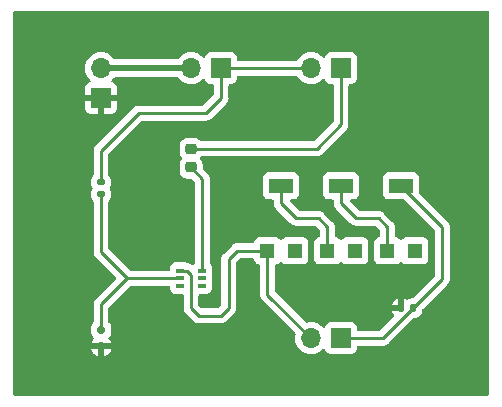
<source format=gbr>
%TF.GenerationSoftware,KiCad,Pcbnew,7.0.7*%
%TF.CreationDate,2023-09-26T16:23:54+08:00*%
%TF.ProjectId,led,6c65642e-6b69-4636-9164-5f7063625858,rev?*%
%TF.SameCoordinates,Original*%
%TF.FileFunction,Copper,L1,Top*%
%TF.FilePolarity,Positive*%
%FSLAX46Y46*%
G04 Gerber Fmt 4.6, Leading zero omitted, Abs format (unit mm)*
G04 Created by KiCad (PCBNEW 7.0.7) date 2023-09-26 16:23:54*
%MOMM*%
%LPD*%
G01*
G04 APERTURE LIST*
G04 Aperture macros list*
%AMRoundRect*
0 Rectangle with rounded corners*
0 $1 Rounding radius*
0 $2 $3 $4 $5 $6 $7 $8 $9 X,Y pos of 4 corners*
0 Add a 4 corners polygon primitive as box body*
4,1,4,$2,$3,$4,$5,$6,$7,$8,$9,$2,$3,0*
0 Add four circle primitives for the rounded corners*
1,1,$1+$1,$2,$3*
1,1,$1+$1,$4,$5*
1,1,$1+$1,$6,$7*
1,1,$1+$1,$8,$9*
0 Add four rect primitives between the rounded corners*
20,1,$1+$1,$2,$3,$4,$5,0*
20,1,$1+$1,$4,$5,$6,$7,0*
20,1,$1+$1,$6,$7,$8,$9,0*
20,1,$1+$1,$8,$9,$2,$3,0*%
G04 Aperture macros list end*
%TA.AperFunction,SMDPad,CuDef*%
%ADD10R,1.300000X1.300000*%
%TD*%
%TA.AperFunction,SMDPad,CuDef*%
%ADD11R,2.000000X1.300000*%
%TD*%
%TA.AperFunction,SMDPad,CuDef*%
%ADD12RoundRect,0.135000X0.135000X0.185000X-0.135000X0.185000X-0.135000X-0.185000X0.135000X-0.185000X0*%
%TD*%
%TA.AperFunction,SMDPad,CuDef*%
%ADD13RoundRect,0.135000X-0.185000X0.135000X-0.185000X-0.135000X0.185000X-0.135000X0.185000X0.135000X0*%
%TD*%
%TA.AperFunction,SMDPad,CuDef*%
%ADD14RoundRect,0.218750X0.256250X-0.218750X0.256250X0.218750X-0.256250X0.218750X-0.256250X-0.218750X0*%
%TD*%
%TA.AperFunction,SMDPad,CuDef*%
%ADD15RoundRect,0.150000X0.200000X-0.150000X0.200000X0.150000X-0.200000X0.150000X-0.200000X-0.150000X0*%
%TD*%
%TA.AperFunction,ComponentPad*%
%ADD16R,1.700000X1.700000*%
%TD*%
%TA.AperFunction,ComponentPad*%
%ADD17O,1.700000X1.700000*%
%TD*%
%TA.AperFunction,SMDPad,CuDef*%
%ADD18R,0.650000X0.400000*%
%TD*%
%TA.AperFunction,ViaPad*%
%ADD19C,0.800000*%
%TD*%
%TA.AperFunction,Conductor*%
%ADD20C,0.250000*%
%TD*%
%TA.AperFunction,Conductor*%
%ADD21C,0.500000*%
%TD*%
G04 APERTURE END LIST*
D10*
%TO.P,RV2,1,1*%
%TO.N,Net-(RV1-Pad2)*%
X52190000Y-45930000D03*
D11*
%TO.P,RV2,2,2*%
%TO.N,Net-(RV2-Pad2)*%
X53340000Y-40430000D03*
D10*
%TO.P,RV2,3,3*%
%TO.N,unconnected-(RV2-Pad3)*%
X54490000Y-45930000D03*
%TD*%
D12*
%TO.P,R2,1*%
%TO.N,Net-(J4-Pin_1)*%
X59440000Y-50800000D03*
%TO.P,R2,2*%
%TO.N,GND*%
X58420000Y-50800000D03*
%TD*%
D13*
%TO.P,R1,1*%
%TO.N,Net-(J2-Pin_1)*%
X33020000Y-40130000D03*
%TO.P,R1,2*%
%TO.N,Net-(D2-K)*%
X33020000Y-41150000D03*
%TD*%
D14*
%TO.P,D1,1,K*%
%TO.N,Net-(D1-K)*%
X40640000Y-38887500D03*
%TO.P,D1,2,A*%
%TO.N,Net-(D1-A)*%
X40640000Y-37312500D03*
%TD*%
D10*
%TO.P,RV1,1,1*%
%TO.N,Net-(J4-Pin_2)*%
X47110000Y-45930000D03*
D11*
%TO.P,RV1,2,2*%
%TO.N,Net-(RV1-Pad2)*%
X48260000Y-40430000D03*
D10*
%TO.P,RV1,3,3*%
%TO.N,unconnected-(RV1-Pad3)*%
X49410000Y-45930000D03*
%TD*%
D15*
%TO.P,D2,1,K*%
%TO.N,Net-(D2-K)*%
X33020000Y-52640000D03*
%TO.P,D2,2,A*%
%TO.N,GND*%
X33020000Y-54040000D03*
%TD*%
D16*
%TO.P,J3,1,Pin_1*%
%TO.N,Net-(D1-A)*%
X53340000Y-30480000D03*
D17*
%TO.P,J3,2,Pin_2*%
%TO.N,Net-(J2-Pin_1)*%
X50800000Y-30480000D03*
%TD*%
D10*
%TO.P,RV3,1,1*%
%TO.N,Net-(RV2-Pad2)*%
X57270000Y-45930000D03*
D11*
%TO.P,RV3,2,2*%
%TO.N,Net-(J4-Pin_1)*%
X58420000Y-40430000D03*
D10*
%TO.P,RV3,3,3*%
%TO.N,unconnected-(RV3-Pad3)*%
X59570000Y-45930000D03*
%TD*%
D16*
%TO.P,J1,1,Pin_1*%
%TO.N,GND*%
X33020000Y-33020000D03*
D17*
%TO.P,J1,2,Pin_2*%
%TO.N,VBUS*%
X33020000Y-30480000D03*
%TD*%
D18*
%TO.P,Q1,1,E1*%
%TO.N,Net-(J4-Pin_2)*%
X39690000Y-47610000D03*
%TO.P,Q1,2,B1*%
%TO.N,Net-(D2-K)*%
X39690000Y-48260000D03*
%TO.P,Q1,3,C2*%
%TO.N,unconnected-(Q1B-C2-Pad3)*%
X39690000Y-48910000D03*
%TO.P,Q1,4,E2*%
%TO.N,unconnected-(Q1B-E2-Pad4)*%
X41590000Y-48910000D03*
%TO.P,Q1,5,B2*%
%TO.N,unconnected-(Q1B-B2-Pad5)*%
X41590000Y-48260000D03*
%TO.P,Q1,6,C1*%
%TO.N,Net-(D1-K)*%
X41590000Y-47610000D03*
%TD*%
D16*
%TO.P,J2,1,Pin_1*%
%TO.N,Net-(J2-Pin_1)*%
X43180000Y-30480000D03*
D17*
%TO.P,J2,2,Pin_2*%
%TO.N,VBUS*%
X40640000Y-30480000D03*
%TD*%
D16*
%TO.P,J4,1,Pin_1*%
%TO.N,Net-(J4-Pin_1)*%
X53340000Y-53340000D03*
D17*
%TO.P,J4,2,Pin_2*%
%TO.N,Net-(J4-Pin_2)*%
X50800000Y-53340000D03*
%TD*%
D19*
%TO.N,GND*%
X37147500Y-45085000D03*
X47942500Y-34925000D03*
X50800000Y-34925000D03*
X44767500Y-34925000D03*
X36512500Y-38735000D03*
X37147500Y-42227500D03*
%TD*%
D20*
%TO.N,Net-(D1-K)*%
X41590000Y-39837500D02*
X41590000Y-47610000D01*
X40640000Y-38887500D02*
X41590000Y-39837500D01*
%TO.N,Net-(D1-A)*%
X51270000Y-37312500D02*
X53340000Y-35242500D01*
X40640000Y-37312500D02*
X51270000Y-37312500D01*
X53340000Y-35242500D02*
X53340000Y-30480000D01*
%TO.N,Net-(D2-K)*%
X33020000Y-41150000D02*
X33020000Y-46037500D01*
X33020000Y-46037500D02*
X35242500Y-48260000D01*
X33020000Y-50482500D02*
X35242500Y-48260000D01*
X33020000Y-52640000D02*
X33020000Y-50482500D01*
X35242500Y-48260000D02*
X39690000Y-48260000D01*
D21*
%TO.N,VBUS*%
X33020000Y-30480000D02*
X40640000Y-30480000D01*
D20*
%TO.N,Net-(J2-Pin_1)*%
X43180000Y-33020000D02*
X43180000Y-30480000D01*
X33020000Y-37465000D02*
X36195000Y-34290000D01*
X33020000Y-40130000D02*
X33020000Y-37465000D01*
X36195000Y-34290000D02*
X41910000Y-34290000D01*
X41910000Y-34290000D02*
X43180000Y-33020000D01*
X43180000Y-30480000D02*
X50800000Y-30480000D01*
%TO.N,Net-(J4-Pin_1)*%
X61912500Y-43922500D02*
X61912500Y-48327500D01*
X61912500Y-48327500D02*
X59440000Y-50800000D01*
X59440000Y-50800000D02*
X56900000Y-53340000D01*
X56900000Y-53340000D02*
X53340000Y-53340000D01*
X58420000Y-40430000D02*
X61912500Y-43922500D01*
%TO.N,Net-(J4-Pin_2)*%
X50800000Y-53340000D02*
X47110000Y-49650000D01*
X47110000Y-49650000D02*
X47110000Y-45930000D01*
X43815000Y-50800000D02*
X43815000Y-46672500D01*
X40640000Y-47985000D02*
X40640000Y-50800000D01*
X43815000Y-46672500D02*
X44557500Y-45930000D01*
X41275000Y-51435000D02*
X43180000Y-51435000D01*
X43180000Y-51435000D02*
X43815000Y-50800000D01*
X40640000Y-50800000D02*
X41275000Y-51435000D01*
X39690000Y-47610000D02*
X40265000Y-47610000D01*
X44557500Y-45930000D02*
X47110000Y-45930000D01*
X40265000Y-47610000D02*
X40640000Y-47985000D01*
%TO.N,Net-(RV1-Pad2)*%
X48260000Y-41910000D02*
X49530000Y-43180000D01*
X49530000Y-43180000D02*
X51435000Y-43180000D01*
X51435000Y-43180000D02*
X52190000Y-43935000D01*
X52190000Y-43935000D02*
X52190000Y-45930000D01*
X48260000Y-40430000D02*
X48260000Y-41910000D01*
%TO.N,Net-(RV2-Pad2)*%
X53340000Y-40430000D02*
X53340000Y-41910000D01*
X53340000Y-41910000D02*
X54610000Y-43180000D01*
X57270000Y-43935000D02*
X57270000Y-45930000D01*
X54610000Y-43180000D02*
X56515000Y-43180000D01*
X56515000Y-43180000D02*
X57270000Y-43935000D01*
%TD*%
%TA.AperFunction,Conductor*%
%TO.N,GND*%
G36*
X49591812Y-31125185D02*
G01*
X49626348Y-31158377D01*
X49761500Y-31351395D01*
X49761505Y-31351401D01*
X49928599Y-31518495D01*
X50025384Y-31586265D01*
X50122165Y-31654032D01*
X50122167Y-31654033D01*
X50122170Y-31654035D01*
X50336337Y-31753903D01*
X50564592Y-31815063D01*
X50741034Y-31830500D01*
X50799999Y-31835659D01*
X50800000Y-31835659D01*
X50800001Y-31835659D01*
X50858966Y-31830500D01*
X51035408Y-31815063D01*
X51263663Y-31753903D01*
X51477830Y-31654035D01*
X51671401Y-31518495D01*
X51793329Y-31396566D01*
X51854648Y-31363084D01*
X51924340Y-31368068D01*
X51980274Y-31409939D01*
X51997189Y-31440917D01*
X52046202Y-31572328D01*
X52046206Y-31572335D01*
X52132452Y-31687544D01*
X52132455Y-31687547D01*
X52247664Y-31773793D01*
X52247671Y-31773797D01*
X52292618Y-31790561D01*
X52382517Y-31824091D01*
X52442127Y-31830500D01*
X52590500Y-31830499D01*
X52657539Y-31850183D01*
X52703294Y-31902987D01*
X52714500Y-31954499D01*
X52714500Y-34932046D01*
X52694815Y-34999085D01*
X52678181Y-35019727D01*
X51047228Y-36650681D01*
X50985905Y-36684166D01*
X50959547Y-36687000D01*
X41557832Y-36687000D01*
X41490793Y-36667315D01*
X41470335Y-36648768D01*
X41469388Y-36649716D01*
X41345391Y-36525719D01*
X41345387Y-36525716D01*
X41202295Y-36437455D01*
X41202289Y-36437452D01*
X41202287Y-36437451D01*
X41042685Y-36384564D01*
X41042683Y-36384563D01*
X40944181Y-36374500D01*
X40944174Y-36374500D01*
X40335826Y-36374500D01*
X40335818Y-36374500D01*
X40237316Y-36384563D01*
X40237315Y-36384564D01*
X40158219Y-36410773D01*
X40077715Y-36437450D01*
X40077704Y-36437455D01*
X39934612Y-36525716D01*
X39934608Y-36525719D01*
X39815719Y-36644608D01*
X39815716Y-36644612D01*
X39727455Y-36787704D01*
X39727450Y-36787713D01*
X39727451Y-36787713D01*
X39674564Y-36947315D01*
X39674564Y-36947316D01*
X39674563Y-36947316D01*
X39664500Y-37045818D01*
X39664500Y-37579181D01*
X39674563Y-37677683D01*
X39727450Y-37837284D01*
X39727455Y-37837295D01*
X39815716Y-37980387D01*
X39815719Y-37980391D01*
X39847647Y-38012319D01*
X39881132Y-38073642D01*
X39876148Y-38143334D01*
X39847647Y-38187681D01*
X39815719Y-38219608D01*
X39815716Y-38219612D01*
X39727455Y-38362704D01*
X39727450Y-38362713D01*
X39727451Y-38362713D01*
X39674564Y-38522315D01*
X39674564Y-38522316D01*
X39674563Y-38522316D01*
X39664500Y-38620818D01*
X39664500Y-39154181D01*
X39674563Y-39252683D01*
X39727450Y-39412284D01*
X39727455Y-39412295D01*
X39815716Y-39555387D01*
X39815719Y-39555391D01*
X39934608Y-39674280D01*
X39934612Y-39674283D01*
X40077704Y-39762544D01*
X40077707Y-39762545D01*
X40077713Y-39762549D01*
X40237315Y-39815436D01*
X40335826Y-39825500D01*
X40642047Y-39825500D01*
X40709086Y-39845185D01*
X40729728Y-39861819D01*
X40928181Y-40060271D01*
X40961666Y-40121594D01*
X40964500Y-40147952D01*
X40964500Y-46947679D01*
X40944815Y-47014718D01*
X40914813Y-47046944D01*
X40907459Y-47052449D01*
X40907453Y-47052454D01*
X40857888Y-47118664D01*
X40801953Y-47160535D01*
X40732261Y-47165518D01*
X40683616Y-47140893D01*
X40682550Y-47142269D01*
X40673986Y-47135625D01*
X40669561Y-47131847D01*
X40635582Y-47099938D01*
X40635580Y-47099936D01*
X40635577Y-47099935D01*
X40618029Y-47090288D01*
X40601763Y-47079604D01*
X40585933Y-47067325D01*
X40543168Y-47048818D01*
X40537922Y-47046248D01*
X40497093Y-47023803D01*
X40497092Y-47023802D01*
X40477693Y-47018822D01*
X40459281Y-47012518D01*
X40440898Y-47004562D01*
X40440892Y-47004560D01*
X40394874Y-46997272D01*
X40389152Y-46996087D01*
X40344021Y-46984500D01*
X40344019Y-46984500D01*
X40323984Y-46984500D01*
X40304542Y-46982966D01*
X40303967Y-46982875D01*
X40302430Y-46982631D01*
X40262447Y-46968997D01*
X40257331Y-46966203D01*
X40122486Y-46915910D01*
X40122485Y-46915909D01*
X40122483Y-46915909D01*
X40062873Y-46909500D01*
X40062863Y-46909500D01*
X39317129Y-46909500D01*
X39317123Y-46909501D01*
X39257516Y-46915908D01*
X39122671Y-46966202D01*
X39122664Y-46966206D01*
X39007455Y-47052452D01*
X39007452Y-47052455D01*
X38921206Y-47167664D01*
X38921202Y-47167671D01*
X38870910Y-47302513D01*
X38870909Y-47302517D01*
X38864500Y-47362127D01*
X38864500Y-47362134D01*
X38864500Y-47362135D01*
X38864500Y-47362136D01*
X38864501Y-47510499D01*
X38844817Y-47577539D01*
X38792013Y-47623294D01*
X38740501Y-47634500D01*
X35552952Y-47634500D01*
X35485913Y-47614815D01*
X35465271Y-47598181D01*
X33681819Y-45814728D01*
X33648334Y-45753405D01*
X33645500Y-45727047D01*
X33645500Y-41794595D01*
X33665185Y-41727556D01*
X33681819Y-41706914D01*
X33690869Y-41697863D01*
X33711135Y-41677598D01*
X33792869Y-41539393D01*
X33837665Y-41385204D01*
X33840500Y-41349181D01*
X33840499Y-40950820D01*
X33837665Y-40914796D01*
X33792869Y-40760607D01*
X33758869Y-40703117D01*
X33741688Y-40635398D01*
X33758869Y-40576882D01*
X33792869Y-40519393D01*
X33837665Y-40365204D01*
X33840500Y-40329181D01*
X33840499Y-39930820D01*
X33837665Y-39894796D01*
X33792869Y-39740607D01*
X33711135Y-39602402D01*
X33711133Y-39602400D01*
X33711130Y-39602396D01*
X33681819Y-39573085D01*
X33648334Y-39511762D01*
X33645500Y-39485404D01*
X33645500Y-37775452D01*
X33665185Y-37708413D01*
X33681819Y-37687771D01*
X36417772Y-34951819D01*
X36479095Y-34918334D01*
X36505453Y-34915500D01*
X41827257Y-34915500D01*
X41842877Y-34917224D01*
X41842904Y-34916939D01*
X41850660Y-34917671D01*
X41850667Y-34917673D01*
X41919814Y-34915500D01*
X41949350Y-34915500D01*
X41956228Y-34914630D01*
X41962041Y-34914172D01*
X42008627Y-34912709D01*
X42027869Y-34907117D01*
X42046912Y-34903174D01*
X42066792Y-34900664D01*
X42110122Y-34883507D01*
X42115646Y-34881617D01*
X42119396Y-34880527D01*
X42160390Y-34868618D01*
X42177629Y-34858422D01*
X42195103Y-34849862D01*
X42213727Y-34842488D01*
X42213727Y-34842487D01*
X42213732Y-34842486D01*
X42251449Y-34815082D01*
X42256305Y-34811892D01*
X42296420Y-34788170D01*
X42310589Y-34773999D01*
X42325379Y-34761368D01*
X42341587Y-34749594D01*
X42371299Y-34713676D01*
X42375212Y-34709376D01*
X43563787Y-33520802D01*
X43576042Y-33510986D01*
X43575859Y-33510764D01*
X43581866Y-33505792D01*
X43581877Y-33505786D01*
X43612775Y-33472882D01*
X43629227Y-33455364D01*
X43639671Y-33444918D01*
X43650120Y-33434471D01*
X43654379Y-33428978D01*
X43658152Y-33424561D01*
X43690062Y-33390582D01*
X43699713Y-33373024D01*
X43710396Y-33356761D01*
X43722673Y-33340936D01*
X43741185Y-33298153D01*
X43743738Y-33292941D01*
X43766197Y-33252092D01*
X43771180Y-33232680D01*
X43777481Y-33214280D01*
X43785437Y-33195896D01*
X43792729Y-33149852D01*
X43793906Y-33144171D01*
X43805500Y-33099019D01*
X43805500Y-33078982D01*
X43807027Y-33059582D01*
X43810160Y-33039804D01*
X43805775Y-32993415D01*
X43805500Y-32987577D01*
X43805500Y-31954499D01*
X43825185Y-31887460D01*
X43877989Y-31841705D01*
X43929500Y-31830499D01*
X44077871Y-31830499D01*
X44077872Y-31830499D01*
X44137483Y-31824091D01*
X44272331Y-31773796D01*
X44387546Y-31687546D01*
X44473796Y-31572331D01*
X44524091Y-31437483D01*
X44530500Y-31377873D01*
X44530500Y-31229499D01*
X44550185Y-31162461D01*
X44602989Y-31116706D01*
X44654500Y-31105500D01*
X49524773Y-31105500D01*
X49591812Y-31125185D01*
G37*
%TD.AperFunction*%
%TA.AperFunction,Conductor*%
G36*
X65782539Y-25620185D02*
G01*
X65828294Y-25672989D01*
X65839500Y-25724500D01*
X65839500Y-58095500D01*
X65819815Y-58162539D01*
X65767011Y-58208294D01*
X65715500Y-58219500D01*
X25724500Y-58219500D01*
X25657461Y-58199815D01*
X25611706Y-58147011D01*
X25600500Y-58095500D01*
X25600500Y-54290001D01*
X32172704Y-54290001D01*
X32172899Y-54292486D01*
X32218718Y-54450198D01*
X32302314Y-54591552D01*
X32302321Y-54591561D01*
X32418438Y-54707678D01*
X32418447Y-54707685D01*
X32559803Y-54791282D01*
X32559806Y-54791283D01*
X32717504Y-54837099D01*
X32717510Y-54837100D01*
X32754356Y-54840000D01*
X32770000Y-54840000D01*
X33269999Y-54840000D01*
X33285644Y-54840000D01*
X33322489Y-54837100D01*
X33322495Y-54837099D01*
X33480193Y-54791283D01*
X33480196Y-54791282D01*
X33621552Y-54707685D01*
X33621561Y-54707678D01*
X33737678Y-54591561D01*
X33737685Y-54591552D01*
X33821281Y-54450198D01*
X33867100Y-54292486D01*
X33867295Y-54290001D01*
X33867295Y-54290000D01*
X33270000Y-54290000D01*
X33269999Y-54840000D01*
X32770000Y-54840000D01*
X32770000Y-54290000D01*
X32172705Y-54290000D01*
X32172704Y-54290001D01*
X25600500Y-54290001D01*
X25600500Y-30480000D01*
X31664341Y-30480000D01*
X31684936Y-30715403D01*
X31684938Y-30715413D01*
X31746094Y-30943655D01*
X31746096Y-30943659D01*
X31746097Y-30943663D01*
X31821563Y-31105500D01*
X31845965Y-31157830D01*
X31845967Y-31157834D01*
X31933873Y-31283376D01*
X31981501Y-31351396D01*
X31981506Y-31351402D01*
X32103818Y-31473714D01*
X32137303Y-31535037D01*
X32132319Y-31604729D01*
X32090447Y-31660662D01*
X32059471Y-31677577D01*
X31927912Y-31726646D01*
X31927906Y-31726649D01*
X31812812Y-31812809D01*
X31812809Y-31812812D01*
X31726649Y-31927906D01*
X31726645Y-31927913D01*
X31676403Y-32062620D01*
X31676401Y-32062627D01*
X31670000Y-32122155D01*
X31670000Y-32770000D01*
X32406653Y-32770000D01*
X32473692Y-32789685D01*
X32519447Y-32842489D01*
X32529391Y-32911647D01*
X32525631Y-32928933D01*
X32520000Y-32948111D01*
X32520000Y-33091888D01*
X32525631Y-33111067D01*
X32525630Y-33180936D01*
X32487855Y-33239714D01*
X32424299Y-33268738D01*
X32406653Y-33270000D01*
X31670000Y-33270000D01*
X31670000Y-33917844D01*
X31676401Y-33977372D01*
X31676403Y-33977379D01*
X31726645Y-34112086D01*
X31726649Y-34112093D01*
X31812809Y-34227187D01*
X31812812Y-34227190D01*
X31927906Y-34313350D01*
X31927913Y-34313354D01*
X32062620Y-34363596D01*
X32062627Y-34363598D01*
X32122155Y-34369999D01*
X32122172Y-34370000D01*
X32770000Y-34370000D01*
X32770000Y-33632301D01*
X32789685Y-33565262D01*
X32842489Y-33519507D01*
X32911647Y-33509563D01*
X32984237Y-33520000D01*
X32984238Y-33520000D01*
X33055762Y-33520000D01*
X33055763Y-33520000D01*
X33128353Y-33509563D01*
X33197512Y-33519507D01*
X33250315Y-33565262D01*
X33270000Y-33632301D01*
X33270000Y-34370000D01*
X33917828Y-34370000D01*
X33917844Y-34369999D01*
X33977372Y-34363598D01*
X33977379Y-34363596D01*
X34112086Y-34313354D01*
X34112093Y-34313350D01*
X34227187Y-34227190D01*
X34227190Y-34227187D01*
X34313350Y-34112093D01*
X34313354Y-34112086D01*
X34363596Y-33977379D01*
X34363598Y-33977372D01*
X34369999Y-33917844D01*
X34370000Y-33917827D01*
X34370000Y-33270000D01*
X33633347Y-33270000D01*
X33566308Y-33250315D01*
X33520553Y-33197511D01*
X33510609Y-33128353D01*
X33514369Y-33111067D01*
X33520000Y-33091888D01*
X33520000Y-32948111D01*
X33514369Y-32928933D01*
X33514370Y-32859064D01*
X33552145Y-32800286D01*
X33615701Y-32771262D01*
X33633347Y-32770000D01*
X34370000Y-32770000D01*
X34370000Y-32122172D01*
X34369999Y-32122155D01*
X34363598Y-32062627D01*
X34363596Y-32062620D01*
X34313354Y-31927913D01*
X34313350Y-31927906D01*
X34227190Y-31812812D01*
X34227187Y-31812809D01*
X34112093Y-31726649D01*
X34112088Y-31726646D01*
X33980528Y-31677577D01*
X33924595Y-31635705D01*
X33900178Y-31570241D01*
X33915030Y-31501968D01*
X33936175Y-31473720D01*
X34058495Y-31351401D01*
X34106126Y-31283376D01*
X34160704Y-31239751D01*
X34207701Y-31230500D01*
X39452299Y-31230500D01*
X39519338Y-31250185D01*
X39553873Y-31283376D01*
X39601505Y-31351401D01*
X39768599Y-31518495D01*
X39865384Y-31586265D01*
X39962165Y-31654032D01*
X39962167Y-31654033D01*
X39962170Y-31654035D01*
X40176337Y-31753903D01*
X40404592Y-31815063D01*
X40581034Y-31830500D01*
X40639999Y-31835659D01*
X40640000Y-31835659D01*
X40640001Y-31835659D01*
X40698966Y-31830500D01*
X40875408Y-31815063D01*
X41103663Y-31753903D01*
X41317830Y-31654035D01*
X41511401Y-31518495D01*
X41633329Y-31396566D01*
X41694648Y-31363084D01*
X41764340Y-31368068D01*
X41820274Y-31409939D01*
X41837189Y-31440917D01*
X41886202Y-31572328D01*
X41886206Y-31572335D01*
X41972452Y-31687544D01*
X41972455Y-31687547D01*
X42087664Y-31773793D01*
X42087671Y-31773797D01*
X42132618Y-31790561D01*
X42222517Y-31824091D01*
X42282127Y-31830500D01*
X42430500Y-31830499D01*
X42497539Y-31850183D01*
X42543294Y-31902987D01*
X42554500Y-31954499D01*
X42554500Y-32709547D01*
X42534815Y-32776586D01*
X42518181Y-32797228D01*
X41687228Y-33628181D01*
X41625905Y-33661666D01*
X41599547Y-33664500D01*
X36277738Y-33664500D01*
X36262121Y-33662776D01*
X36262094Y-33663062D01*
X36254332Y-33662327D01*
X36185204Y-33664500D01*
X36155650Y-33664500D01*
X36154929Y-33664590D01*
X36148757Y-33665369D01*
X36142945Y-33665826D01*
X36096373Y-33667290D01*
X36096372Y-33667290D01*
X36077129Y-33672881D01*
X36058079Y-33676825D01*
X36038211Y-33679334D01*
X35994884Y-33696488D01*
X35989358Y-33698379D01*
X35944614Y-33711379D01*
X35944610Y-33711381D01*
X35927366Y-33721579D01*
X35909905Y-33730133D01*
X35891274Y-33737510D01*
X35891262Y-33737517D01*
X35853570Y-33764902D01*
X35848687Y-33768109D01*
X35808580Y-33791829D01*
X35794414Y-33805995D01*
X35779624Y-33818627D01*
X35763414Y-33830404D01*
X35763411Y-33830407D01*
X35733710Y-33866309D01*
X35729777Y-33870631D01*
X32636208Y-36964199D01*
X32623951Y-36974020D01*
X32624134Y-36974241D01*
X32618123Y-36979213D01*
X32570772Y-37029636D01*
X32549889Y-37050519D01*
X32549877Y-37050532D01*
X32545621Y-37056017D01*
X32541837Y-37060447D01*
X32509937Y-37094418D01*
X32509936Y-37094420D01*
X32500284Y-37111976D01*
X32489610Y-37128226D01*
X32477329Y-37144061D01*
X32477324Y-37144068D01*
X32458815Y-37186838D01*
X32456245Y-37192084D01*
X32433803Y-37232906D01*
X32428822Y-37252307D01*
X32422521Y-37270710D01*
X32414562Y-37289102D01*
X32414561Y-37289105D01*
X32407271Y-37335127D01*
X32406087Y-37340846D01*
X32394501Y-37385972D01*
X32394500Y-37385982D01*
X32394500Y-37406016D01*
X32392973Y-37425415D01*
X32389840Y-37445194D01*
X32389839Y-37445197D01*
X32394224Y-37491585D01*
X32394499Y-37497421D01*
X32394499Y-39485404D01*
X32374814Y-39552443D01*
X32358181Y-39573084D01*
X32328870Y-39602395D01*
X32328863Y-39602404D01*
X32247131Y-39740606D01*
X32247129Y-39740611D01*
X32202335Y-39894791D01*
X32202334Y-39894797D01*
X32199500Y-39930817D01*
X32199501Y-40329181D01*
X32202335Y-40365205D01*
X32247129Y-40519388D01*
X32247132Y-40519395D01*
X32281128Y-40576881D01*
X32298309Y-40644605D01*
X32281128Y-40703119D01*
X32247132Y-40760604D01*
X32247129Y-40760611D01*
X32202335Y-40914791D01*
X32202334Y-40914797D01*
X32199500Y-40950817D01*
X32199501Y-41349181D01*
X32202335Y-41385205D01*
X32247129Y-41539388D01*
X32247131Y-41539393D01*
X32328863Y-41677595D01*
X32328869Y-41677603D01*
X32358180Y-41706913D01*
X32391666Y-41768235D01*
X32394500Y-41794595D01*
X32394500Y-45954755D01*
X32392775Y-45970372D01*
X32393061Y-45970399D01*
X32392326Y-45978165D01*
X32394500Y-46047314D01*
X32394500Y-46076843D01*
X32394501Y-46076860D01*
X32395368Y-46083731D01*
X32395826Y-46089550D01*
X32397290Y-46136124D01*
X32397291Y-46136127D01*
X32402880Y-46155367D01*
X32406824Y-46174411D01*
X32407705Y-46181378D01*
X32409336Y-46194291D01*
X32426490Y-46237619D01*
X32428382Y-46243147D01*
X32441381Y-46287888D01*
X32451580Y-46305134D01*
X32460136Y-46322600D01*
X32467514Y-46341232D01*
X32475023Y-46351568D01*
X32494898Y-46378923D01*
X32498106Y-46383807D01*
X32521827Y-46423916D01*
X32521833Y-46423924D01*
X32535990Y-46438080D01*
X32548627Y-46452875D01*
X32560406Y-46469087D01*
X32593666Y-46496602D01*
X32596309Y-46498788D01*
X32600620Y-46502710D01*
X33460033Y-47362123D01*
X34270228Y-48172318D01*
X34303713Y-48233641D01*
X34298729Y-48303333D01*
X34270228Y-48347680D01*
X32636208Y-49981699D01*
X32623951Y-49991520D01*
X32624134Y-49991741D01*
X32618123Y-49996713D01*
X32570772Y-50047136D01*
X32549889Y-50068019D01*
X32549877Y-50068032D01*
X32545621Y-50073517D01*
X32541837Y-50077947D01*
X32509937Y-50111918D01*
X32509936Y-50111920D01*
X32500284Y-50129476D01*
X32489610Y-50145726D01*
X32477329Y-50161561D01*
X32477324Y-50161568D01*
X32458815Y-50204338D01*
X32456245Y-50209584D01*
X32433803Y-50250406D01*
X32428822Y-50269807D01*
X32422521Y-50288210D01*
X32414562Y-50306602D01*
X32414561Y-50306605D01*
X32407271Y-50352627D01*
X32406087Y-50358346D01*
X32394501Y-50403472D01*
X32394500Y-50403482D01*
X32394500Y-50423516D01*
X32392973Y-50442915D01*
X32389840Y-50462694D01*
X32389839Y-50462697D01*
X32394224Y-50509085D01*
X32394499Y-50514921D01*
X32394499Y-51944191D01*
X32374814Y-52011230D01*
X32358181Y-52031872D01*
X32301920Y-52088133D01*
X32301917Y-52088137D01*
X32218255Y-52229603D01*
X32218254Y-52229606D01*
X32172402Y-52387426D01*
X32172401Y-52387432D01*
X32169500Y-52424304D01*
X32169500Y-52855696D01*
X32172401Y-52892567D01*
X32172402Y-52892573D01*
X32218254Y-53050393D01*
X32218255Y-53050396D01*
X32301917Y-53191862D01*
X32301923Y-53191870D01*
X32362725Y-53252672D01*
X32396210Y-53313995D01*
X32391226Y-53383687D01*
X32362726Y-53428034D01*
X32302318Y-53488442D01*
X32302314Y-53488447D01*
X32218718Y-53629801D01*
X32172899Y-53787513D01*
X32172704Y-53789998D01*
X32172705Y-53790000D01*
X33867295Y-53790000D01*
X33867295Y-53789998D01*
X33867100Y-53787513D01*
X33821281Y-53629801D01*
X33737685Y-53488447D01*
X33737678Y-53488438D01*
X33677274Y-53428034D01*
X33643789Y-53366711D01*
X33648773Y-53297019D01*
X33677272Y-53252673D01*
X33738081Y-53191865D01*
X33821744Y-53050398D01*
X33867598Y-52892569D01*
X33870500Y-52855694D01*
X33870500Y-52424306D01*
X33867598Y-52387431D01*
X33866170Y-52382517D01*
X33833836Y-52271224D01*
X33821744Y-52229602D01*
X33738081Y-52088135D01*
X33738079Y-52088133D01*
X33738076Y-52088129D01*
X33681819Y-52031872D01*
X33648334Y-51970549D01*
X33645500Y-51944191D01*
X33645500Y-50792952D01*
X33665185Y-50725913D01*
X33681819Y-50705271D01*
X35465271Y-48921819D01*
X35526594Y-48888334D01*
X35552952Y-48885500D01*
X38740500Y-48885500D01*
X38807539Y-48905185D01*
X38853294Y-48957989D01*
X38864500Y-49009499D01*
X38864500Y-49157869D01*
X38864501Y-49157876D01*
X38870908Y-49217483D01*
X38921202Y-49352328D01*
X38921206Y-49352335D01*
X39007452Y-49467544D01*
X39007455Y-49467547D01*
X39122664Y-49553793D01*
X39122671Y-49553797D01*
X39158754Y-49567255D01*
X39257517Y-49604091D01*
X39317127Y-49610500D01*
X39890500Y-49610499D01*
X39957539Y-49630183D01*
X40003294Y-49682987D01*
X40014500Y-49734499D01*
X40014500Y-50717255D01*
X40012775Y-50732872D01*
X40013061Y-50732899D01*
X40012326Y-50740665D01*
X40014500Y-50809814D01*
X40014500Y-50839343D01*
X40014501Y-50839360D01*
X40015368Y-50846231D01*
X40015826Y-50852050D01*
X40017290Y-50898624D01*
X40017291Y-50898627D01*
X40022880Y-50917867D01*
X40026824Y-50936911D01*
X40029336Y-50956792D01*
X40036899Y-50975895D01*
X40046490Y-51000119D01*
X40048382Y-51005647D01*
X40061381Y-51050388D01*
X40071580Y-51067634D01*
X40080136Y-51085100D01*
X40087514Y-51103732D01*
X40114898Y-51141423D01*
X40118106Y-51146307D01*
X40141827Y-51186416D01*
X40141833Y-51186424D01*
X40155990Y-51200580D01*
X40168628Y-51215376D01*
X40180405Y-51231586D01*
X40180406Y-51231587D01*
X40216309Y-51261288D01*
X40220620Y-51265210D01*
X40519807Y-51564397D01*
X40774194Y-51818784D01*
X40784019Y-51831048D01*
X40784240Y-51830866D01*
X40789210Y-51836873D01*
X40789213Y-51836876D01*
X40789214Y-51836877D01*
X40839651Y-51884241D01*
X40860530Y-51905120D01*
X40866004Y-51909366D01*
X40870442Y-51913156D01*
X40904418Y-51945062D01*
X40904422Y-51945064D01*
X40921973Y-51954713D01*
X40938231Y-51965392D01*
X40954064Y-51977674D01*
X40976015Y-51987172D01*
X40996837Y-51996183D01*
X41002081Y-51998752D01*
X41042908Y-52021197D01*
X41062312Y-52026179D01*
X41080710Y-52032478D01*
X41099105Y-52040438D01*
X41145129Y-52047726D01*
X41150832Y-52048907D01*
X41195981Y-52060500D01*
X41216016Y-52060500D01*
X41235413Y-52062026D01*
X41255196Y-52065160D01*
X41301583Y-52060775D01*
X41307422Y-52060500D01*
X43097257Y-52060500D01*
X43112877Y-52062224D01*
X43112904Y-52061939D01*
X43120660Y-52062671D01*
X43120667Y-52062673D01*
X43189814Y-52060500D01*
X43219350Y-52060500D01*
X43226228Y-52059630D01*
X43232041Y-52059172D01*
X43278627Y-52057709D01*
X43297869Y-52052117D01*
X43316912Y-52048174D01*
X43336792Y-52045664D01*
X43380122Y-52028507D01*
X43385646Y-52026617D01*
X43389396Y-52025527D01*
X43430390Y-52013618D01*
X43447629Y-52003422D01*
X43465103Y-51994862D01*
X43483727Y-51987488D01*
X43483727Y-51987487D01*
X43483732Y-51987486D01*
X43521449Y-51960082D01*
X43526305Y-51956892D01*
X43566420Y-51933170D01*
X43580589Y-51918999D01*
X43595379Y-51906368D01*
X43611587Y-51894594D01*
X43641299Y-51858676D01*
X43645212Y-51854376D01*
X44198786Y-51300802D01*
X44211048Y-51290980D01*
X44210865Y-51290759D01*
X44216867Y-51285792D01*
X44216877Y-51285786D01*
X44264241Y-51235348D01*
X44285120Y-51214470D01*
X44289373Y-51208986D01*
X44293150Y-51204563D01*
X44325062Y-51170582D01*
X44334714Y-51153023D01*
X44345389Y-51136772D01*
X44357674Y-51120936D01*
X44376186Y-51078152D01*
X44378742Y-51072935D01*
X44401197Y-51032092D01*
X44406180Y-51012680D01*
X44412477Y-50994291D01*
X44420438Y-50975895D01*
X44427729Y-50929853D01*
X44428908Y-50924162D01*
X44440500Y-50879019D01*
X44440500Y-50858982D01*
X44442027Y-50839582D01*
X44445160Y-50819804D01*
X44440775Y-50773415D01*
X44440500Y-50767577D01*
X44440500Y-46982952D01*
X44460185Y-46915913D01*
X44476819Y-46895271D01*
X44780271Y-46591819D01*
X44841594Y-46558334D01*
X44867952Y-46555500D01*
X45840336Y-46555500D01*
X45907375Y-46575185D01*
X45953130Y-46627989D01*
X45963626Y-46666246D01*
X45965909Y-46687483D01*
X46016202Y-46822328D01*
X46016206Y-46822335D01*
X46102452Y-46937544D01*
X46102455Y-46937547D01*
X46217664Y-47023793D01*
X46217671Y-47023797D01*
X46262618Y-47040561D01*
X46352517Y-47074091D01*
X46373756Y-47076374D01*
X46438304Y-47103110D01*
X46478154Y-47160502D01*
X46484500Y-47199663D01*
X46484500Y-49567255D01*
X46482775Y-49582872D01*
X46483061Y-49582899D01*
X46482326Y-49590665D01*
X46484500Y-49659814D01*
X46484500Y-49689343D01*
X46484501Y-49689360D01*
X46485368Y-49696231D01*
X46485826Y-49702050D01*
X46487290Y-49748624D01*
X46487291Y-49748627D01*
X46492880Y-49767867D01*
X46496824Y-49786911D01*
X46499336Y-49806791D01*
X46516490Y-49850119D01*
X46518382Y-49855647D01*
X46531381Y-49900388D01*
X46541580Y-49917634D01*
X46550138Y-49935103D01*
X46557514Y-49953732D01*
X46584898Y-49991423D01*
X46588106Y-49996307D01*
X46611827Y-50036416D01*
X46611833Y-50036424D01*
X46625990Y-50050580D01*
X46638628Y-50065376D01*
X46650405Y-50081586D01*
X46650406Y-50081587D01*
X46686309Y-50111288D01*
X46690620Y-50115210D01*
X48805011Y-52229602D01*
X49459761Y-52884352D01*
X49493246Y-52945675D01*
X49491855Y-53004124D01*
X49464937Y-53104589D01*
X49464937Y-53104590D01*
X49444341Y-53339999D01*
X49444341Y-53340000D01*
X49464936Y-53575403D01*
X49464938Y-53575413D01*
X49526094Y-53803655D01*
X49526096Y-53803659D01*
X49526097Y-53803663D01*
X49572630Y-53903453D01*
X49625965Y-54017830D01*
X49625967Y-54017834D01*
X49734281Y-54172521D01*
X49761505Y-54211401D01*
X49928599Y-54378495D01*
X50025384Y-54446264D01*
X50122165Y-54514032D01*
X50122167Y-54514033D01*
X50122170Y-54514035D01*
X50336337Y-54613903D01*
X50564592Y-54675063D01*
X50741034Y-54690500D01*
X50799999Y-54695659D01*
X50800000Y-54695659D01*
X50800001Y-54695659D01*
X50858966Y-54690500D01*
X51035408Y-54675063D01*
X51263663Y-54613903D01*
X51477830Y-54514035D01*
X51671401Y-54378495D01*
X51793329Y-54256566D01*
X51854648Y-54223084D01*
X51924340Y-54228068D01*
X51980274Y-54269939D01*
X51997189Y-54300917D01*
X52046202Y-54432328D01*
X52046206Y-54432335D01*
X52132452Y-54547544D01*
X52132455Y-54547547D01*
X52247664Y-54633793D01*
X52247671Y-54633797D01*
X52382517Y-54684091D01*
X52382516Y-54684091D01*
X52389444Y-54684835D01*
X52442127Y-54690500D01*
X54237872Y-54690499D01*
X54297483Y-54684091D01*
X54432331Y-54633796D01*
X54547546Y-54547546D01*
X54633796Y-54432331D01*
X54684091Y-54297483D01*
X54690500Y-54237873D01*
X54690500Y-54089499D01*
X54710185Y-54022461D01*
X54762989Y-53976706D01*
X54814500Y-53965500D01*
X56817257Y-53965500D01*
X56832877Y-53967224D01*
X56832904Y-53966939D01*
X56840660Y-53967671D01*
X56840667Y-53967673D01*
X56909814Y-53965500D01*
X56939350Y-53965500D01*
X56946228Y-53964630D01*
X56952041Y-53964172D01*
X56998627Y-53962709D01*
X57017869Y-53957117D01*
X57036912Y-53953174D01*
X57056792Y-53950664D01*
X57100122Y-53933507D01*
X57105646Y-53931617D01*
X57109396Y-53930527D01*
X57150390Y-53918618D01*
X57167629Y-53908422D01*
X57185103Y-53899862D01*
X57203727Y-53892488D01*
X57203727Y-53892487D01*
X57203732Y-53892486D01*
X57241449Y-53865082D01*
X57246305Y-53861892D01*
X57286420Y-53838170D01*
X57300589Y-53823999D01*
X57315379Y-53811368D01*
X57331587Y-53799594D01*
X57361299Y-53763676D01*
X57365212Y-53759376D01*
X59467771Y-51656818D01*
X59529095Y-51623333D01*
X59555453Y-51620499D01*
X59639180Y-51620499D01*
X59675204Y-51617665D01*
X59829393Y-51572869D01*
X59967598Y-51491135D01*
X60081135Y-51377598D01*
X60162869Y-51239393D01*
X60207665Y-51085204D01*
X60210500Y-51049181D01*
X60210499Y-50965450D01*
X60230183Y-50898413D01*
X60246813Y-50877775D01*
X62296288Y-48828301D01*
X62308542Y-48818486D01*
X62308359Y-48818264D01*
X62314366Y-48813292D01*
X62314377Y-48813286D01*
X62345275Y-48780382D01*
X62361727Y-48762864D01*
X62372171Y-48752418D01*
X62382620Y-48741971D01*
X62386879Y-48736478D01*
X62390652Y-48732061D01*
X62422562Y-48698082D01*
X62432215Y-48680520D01*
X62442889Y-48664270D01*
X62455173Y-48648436D01*
X62473680Y-48605667D01*
X62476249Y-48600424D01*
X62478453Y-48596413D01*
X62498697Y-48559592D01*
X62503677Y-48540191D01*
X62509978Y-48521788D01*
X62517938Y-48503396D01*
X62525230Y-48457349D01*
X62526411Y-48451652D01*
X62538000Y-48406519D01*
X62538000Y-48386483D01*
X62539527Y-48367082D01*
X62542660Y-48347303D01*
X62542660Y-48347300D01*
X62541522Y-48335268D01*
X62538272Y-48300894D01*
X62538000Y-48295099D01*
X62538000Y-44005241D01*
X62539724Y-43989622D01*
X62539439Y-43989596D01*
X62540171Y-43981840D01*
X62540173Y-43981833D01*
X62538000Y-43912685D01*
X62538000Y-43883150D01*
X62537131Y-43876272D01*
X62536672Y-43870443D01*
X62535209Y-43823872D01*
X62529622Y-43804644D01*
X62525674Y-43785584D01*
X62523164Y-43765708D01*
X62523163Y-43765706D01*
X62523163Y-43765704D01*
X62506012Y-43722387D01*
X62504119Y-43716858D01*
X62491118Y-43672109D01*
X62491116Y-43672106D01*
X62480923Y-43654871D01*
X62472361Y-43637394D01*
X62464987Y-43618770D01*
X62464986Y-43618768D01*
X62437579Y-43581045D01*
X62434388Y-43576186D01*
X62434308Y-43576051D01*
X62410670Y-43536080D01*
X62410668Y-43536078D01*
X62410665Y-43536074D01*
X62396506Y-43521915D01*
X62383868Y-43507119D01*
X62372094Y-43490913D01*
X62346548Y-43469780D01*
X62336188Y-43461209D01*
X62331876Y-43457286D01*
X59956818Y-41082227D01*
X59923333Y-41020905D01*
X59920499Y-40994547D01*
X59920499Y-39732129D01*
X59920498Y-39732123D01*
X59920497Y-39732116D01*
X59914091Y-39672517D01*
X59900988Y-39637387D01*
X59863797Y-39537671D01*
X59863793Y-39537664D01*
X59777547Y-39422455D01*
X59777544Y-39422452D01*
X59662335Y-39336206D01*
X59662328Y-39336202D01*
X59527482Y-39285908D01*
X59527483Y-39285908D01*
X59467883Y-39279501D01*
X59467881Y-39279500D01*
X59467873Y-39279500D01*
X59467864Y-39279500D01*
X57372129Y-39279500D01*
X57372123Y-39279501D01*
X57312516Y-39285908D01*
X57177671Y-39336202D01*
X57177664Y-39336206D01*
X57062455Y-39422452D01*
X57062452Y-39422455D01*
X56976206Y-39537664D01*
X56976202Y-39537671D01*
X56925908Y-39672517D01*
X56922891Y-39700584D01*
X56919501Y-39732123D01*
X56919500Y-39732135D01*
X56919500Y-41127870D01*
X56919501Y-41127876D01*
X56925908Y-41187483D01*
X56976202Y-41322328D01*
X56976206Y-41322335D01*
X57062452Y-41437544D01*
X57062455Y-41437547D01*
X57177664Y-41523793D01*
X57177671Y-41523797D01*
X57312517Y-41574091D01*
X57312516Y-41574091D01*
X57319444Y-41574835D01*
X57372127Y-41580500D01*
X58634547Y-41580499D01*
X58701586Y-41600184D01*
X58722228Y-41616818D01*
X61250680Y-44145270D01*
X61284165Y-44206593D01*
X61286999Y-44232951D01*
X61287000Y-48017046D01*
X61267315Y-48084085D01*
X61250681Y-48104727D01*
X59412226Y-49943181D01*
X59350903Y-49976666D01*
X59324546Y-49979500D01*
X59240819Y-49979501D01*
X59204794Y-49982335D01*
X59050611Y-50027129D01*
X59050607Y-50027130D01*
X58992628Y-50061419D01*
X58924903Y-50078600D01*
X58866388Y-50061419D01*
X58809189Y-50027592D01*
X58809188Y-50027591D01*
X58670000Y-49987153D01*
X58669999Y-49987154D01*
X58669999Y-50542017D01*
X58669809Y-50546866D01*
X58669501Y-50550801D01*
X58669500Y-50550817D01*
X58669500Y-50634546D01*
X58649815Y-50701585D01*
X58633181Y-50722227D01*
X58341727Y-51013681D01*
X58280404Y-51047166D01*
X58254046Y-51050000D01*
X57650069Y-51050000D01*
X57652832Y-51085122D01*
X57652833Y-51085128D01*
X57697592Y-51239188D01*
X57697593Y-51239191D01*
X57779261Y-51377285D01*
X57779268Y-51377294D01*
X57791009Y-51389035D01*
X57824494Y-51450358D01*
X57819510Y-51520050D01*
X57791009Y-51564397D01*
X56677228Y-52678181D01*
X56615905Y-52711666D01*
X56589547Y-52714500D01*
X54814499Y-52714500D01*
X54747460Y-52694815D01*
X54701705Y-52642011D01*
X54690499Y-52590500D01*
X54690499Y-52442129D01*
X54690498Y-52442123D01*
X54684091Y-52382516D01*
X54633797Y-52247671D01*
X54633793Y-52247664D01*
X54547547Y-52132455D01*
X54547544Y-52132452D01*
X54432335Y-52046206D01*
X54432328Y-52046202D01*
X54297482Y-51995908D01*
X54297483Y-51995908D01*
X54237883Y-51989501D01*
X54237881Y-51989500D01*
X54237873Y-51989500D01*
X54237864Y-51989500D01*
X52442129Y-51989500D01*
X52442123Y-51989501D01*
X52382516Y-51995908D01*
X52247671Y-52046202D01*
X52247664Y-52046206D01*
X52132455Y-52132452D01*
X52132452Y-52132455D01*
X52046206Y-52247664D01*
X52046203Y-52247669D01*
X51997189Y-52379083D01*
X51955317Y-52435016D01*
X51889853Y-52459433D01*
X51821580Y-52444581D01*
X51793326Y-52423430D01*
X51671402Y-52301506D01*
X51671395Y-52301501D01*
X51477834Y-52165967D01*
X51477830Y-52165965D01*
X51263663Y-52066097D01*
X51263659Y-52066096D01*
X51263655Y-52066094D01*
X51035413Y-52004938D01*
X51035403Y-52004936D01*
X50800001Y-51984341D01*
X50799999Y-51984341D01*
X50564596Y-52004936D01*
X50564586Y-52004938D01*
X50464126Y-52031856D01*
X50394276Y-52030193D01*
X50344352Y-51999762D01*
X49061845Y-50717255D01*
X48894590Y-50550000D01*
X57650069Y-50550000D01*
X58170000Y-50550000D01*
X58170000Y-49987154D01*
X58169998Y-49987153D01*
X58030811Y-50027591D01*
X58030808Y-50027593D01*
X57892714Y-50109261D01*
X57892705Y-50109268D01*
X57779268Y-50222705D01*
X57779261Y-50222714D01*
X57697593Y-50360808D01*
X57697592Y-50360811D01*
X57652833Y-50514871D01*
X57652832Y-50514877D01*
X57650069Y-50550000D01*
X48894590Y-50550000D01*
X47771819Y-49427228D01*
X47738334Y-49365905D01*
X47735500Y-49339547D01*
X47735500Y-47199663D01*
X47755185Y-47132624D01*
X47807989Y-47086869D01*
X47846248Y-47076373D01*
X47867483Y-47074091D01*
X48002331Y-47023796D01*
X48117546Y-46937546D01*
X48160734Y-46879854D01*
X48216667Y-46837984D01*
X48286359Y-46833000D01*
X48347682Y-46866485D01*
X48359263Y-46879850D01*
X48402454Y-46937546D01*
X48440735Y-46966203D01*
X48517664Y-47023793D01*
X48517671Y-47023797D01*
X48652517Y-47074091D01*
X48652516Y-47074091D01*
X48659444Y-47074835D01*
X48712127Y-47080500D01*
X50107872Y-47080499D01*
X50167483Y-47074091D01*
X50302331Y-47023796D01*
X50417546Y-46937546D01*
X50503796Y-46822331D01*
X50554091Y-46687483D01*
X50560500Y-46627873D01*
X50560499Y-45232128D01*
X50554091Y-45172517D01*
X50503796Y-45037669D01*
X50503795Y-45037668D01*
X50503793Y-45037664D01*
X50417547Y-44922455D01*
X50417544Y-44922452D01*
X50302335Y-44836206D01*
X50302328Y-44836202D01*
X50167482Y-44785908D01*
X50167483Y-44785908D01*
X50107883Y-44779501D01*
X50107881Y-44779500D01*
X50107873Y-44779500D01*
X50107864Y-44779500D01*
X48712129Y-44779500D01*
X48712123Y-44779501D01*
X48652516Y-44785908D01*
X48517671Y-44836202D01*
X48517664Y-44836206D01*
X48402455Y-44922452D01*
X48359266Y-44980145D01*
X48303332Y-45022015D01*
X48233640Y-45026999D01*
X48172317Y-44993513D01*
X48160734Y-44980145D01*
X48139376Y-44951615D01*
X48117546Y-44922454D01*
X48117544Y-44922453D01*
X48117544Y-44922452D01*
X48002335Y-44836206D01*
X48002328Y-44836202D01*
X47867482Y-44785908D01*
X47867483Y-44785908D01*
X47807883Y-44779501D01*
X47807881Y-44779500D01*
X47807873Y-44779500D01*
X47807864Y-44779500D01*
X46412129Y-44779500D01*
X46412123Y-44779501D01*
X46352516Y-44785908D01*
X46217671Y-44836202D01*
X46217664Y-44836206D01*
X46102455Y-44922452D01*
X46102452Y-44922455D01*
X46016206Y-45037664D01*
X46016202Y-45037671D01*
X45965908Y-45172516D01*
X45963625Y-45193757D01*
X45936886Y-45258308D01*
X45879493Y-45298155D01*
X45840336Y-45304500D01*
X44640243Y-45304500D01*
X44624622Y-45302775D01*
X44624595Y-45303061D01*
X44616833Y-45302326D01*
X44547672Y-45304500D01*
X44518149Y-45304500D01*
X44511278Y-45305367D01*
X44505459Y-45305825D01*
X44458874Y-45307289D01*
X44458868Y-45307290D01*
X44439626Y-45312880D01*
X44420587Y-45316823D01*
X44400717Y-45319334D01*
X44400703Y-45319337D01*
X44357383Y-45336488D01*
X44351858Y-45338380D01*
X44307113Y-45351380D01*
X44307110Y-45351381D01*
X44289866Y-45361579D01*
X44272405Y-45370133D01*
X44253774Y-45377510D01*
X44253762Y-45377517D01*
X44216070Y-45404902D01*
X44211187Y-45408109D01*
X44171080Y-45431829D01*
X44156914Y-45445995D01*
X44142124Y-45458627D01*
X44125914Y-45470404D01*
X44125911Y-45470407D01*
X44096210Y-45506309D01*
X44092277Y-45510631D01*
X43431208Y-46171699D01*
X43418951Y-46181520D01*
X43419134Y-46181741D01*
X43413123Y-46186713D01*
X43365772Y-46237136D01*
X43344889Y-46258019D01*
X43344877Y-46258032D01*
X43340621Y-46263517D01*
X43336837Y-46267947D01*
X43304937Y-46301918D01*
X43304936Y-46301920D01*
X43295284Y-46319476D01*
X43284610Y-46335726D01*
X43272329Y-46351561D01*
X43272324Y-46351568D01*
X43253815Y-46394338D01*
X43251245Y-46399584D01*
X43228803Y-46440406D01*
X43223822Y-46459807D01*
X43217521Y-46478210D01*
X43209562Y-46496602D01*
X43209561Y-46496605D01*
X43202271Y-46542627D01*
X43201087Y-46548346D01*
X43189501Y-46593472D01*
X43189500Y-46593482D01*
X43189500Y-46613516D01*
X43187973Y-46632915D01*
X43184840Y-46652694D01*
X43184840Y-46652695D01*
X43189225Y-46699083D01*
X43189500Y-46704921D01*
X43189500Y-50489547D01*
X43169815Y-50556586D01*
X43153181Y-50577228D01*
X42957228Y-50773181D01*
X42895905Y-50806666D01*
X42869547Y-50809500D01*
X41585452Y-50809500D01*
X41518413Y-50789815D01*
X41497771Y-50773181D01*
X41301819Y-50577228D01*
X41268334Y-50515905D01*
X41265500Y-50489547D01*
X41265500Y-49734499D01*
X41285185Y-49667460D01*
X41337989Y-49621705D01*
X41389500Y-49610499D01*
X41962871Y-49610499D01*
X41962872Y-49610499D01*
X42022483Y-49604091D01*
X42157331Y-49553796D01*
X42272546Y-49467546D01*
X42358796Y-49352331D01*
X42409091Y-49217483D01*
X42415500Y-49157873D01*
X42415499Y-48662128D01*
X42409091Y-48602517D01*
X42409089Y-48602513D01*
X42408632Y-48598255D01*
X42408632Y-48571745D01*
X42409089Y-48567486D01*
X42409091Y-48567483D01*
X42415500Y-48507873D01*
X42415499Y-48012128D01*
X42409091Y-47952517D01*
X42409089Y-47952513D01*
X42408632Y-47948255D01*
X42408632Y-47921745D01*
X42409089Y-47917486D01*
X42409091Y-47917483D01*
X42415500Y-47857873D01*
X42415499Y-47362128D01*
X42409091Y-47302517D01*
X42389749Y-47250659D01*
X42358797Y-47167671D01*
X42358793Y-47167664D01*
X42293540Y-47080498D01*
X42272546Y-47052454D01*
X42272542Y-47052451D01*
X42272540Y-47052449D01*
X42265187Y-47046944D01*
X42223317Y-46991009D01*
X42215500Y-46947679D01*
X42215500Y-41127870D01*
X46759500Y-41127870D01*
X46759501Y-41127876D01*
X46765908Y-41187483D01*
X46816202Y-41322328D01*
X46816206Y-41322335D01*
X46902452Y-41437544D01*
X46902455Y-41437547D01*
X47017664Y-41523793D01*
X47017671Y-41523797D01*
X47059473Y-41539388D01*
X47152517Y-41574091D01*
X47212127Y-41580500D01*
X47510499Y-41580499D01*
X47577538Y-41600183D01*
X47623293Y-41652987D01*
X47634499Y-41704499D01*
X47634499Y-41827261D01*
X47632776Y-41842878D01*
X47633060Y-41842905D01*
X47632326Y-41850664D01*
X47634500Y-41919814D01*
X47634500Y-41949343D01*
X47634501Y-41949360D01*
X47635368Y-41956231D01*
X47635826Y-41962050D01*
X47637290Y-42008624D01*
X47637291Y-42008627D01*
X47642880Y-42027867D01*
X47646824Y-42046911D01*
X47649336Y-42066791D01*
X47666490Y-42110119D01*
X47668382Y-42115647D01*
X47681381Y-42160388D01*
X47691580Y-42177634D01*
X47700138Y-42195103D01*
X47707514Y-42213732D01*
X47734898Y-42251423D01*
X47738106Y-42256307D01*
X47761827Y-42296416D01*
X47761833Y-42296424D01*
X47775990Y-42310580D01*
X47788628Y-42325376D01*
X47800405Y-42341586D01*
X47800406Y-42341587D01*
X47836309Y-42371288D01*
X47840620Y-42375210D01*
X48167240Y-42701830D01*
X49029197Y-43563788D01*
X49039022Y-43576051D01*
X49039243Y-43575869D01*
X49044214Y-43581878D01*
X49070217Y-43606295D01*
X49094635Y-43629226D01*
X49115529Y-43650120D01*
X49121011Y-43654373D01*
X49125443Y-43658157D01*
X49159418Y-43690062D01*
X49176976Y-43699714D01*
X49193235Y-43710395D01*
X49209064Y-43722673D01*
X49251838Y-43741182D01*
X49257056Y-43743738D01*
X49297908Y-43766197D01*
X49317316Y-43771180D01*
X49335717Y-43777480D01*
X49354104Y-43785437D01*
X49397488Y-43792308D01*
X49400119Y-43792725D01*
X49405839Y-43793909D01*
X49450981Y-43805500D01*
X49471016Y-43805500D01*
X49490414Y-43807026D01*
X49510194Y-43810159D01*
X49510195Y-43810160D01*
X49510195Y-43810159D01*
X49510196Y-43810160D01*
X49556583Y-43805775D01*
X49562422Y-43805500D01*
X51124548Y-43805500D01*
X51191587Y-43825185D01*
X51212229Y-43841819D01*
X51528181Y-44157771D01*
X51561666Y-44219094D01*
X51564500Y-44245452D01*
X51564500Y-44660336D01*
X51544815Y-44727375D01*
X51492011Y-44773130D01*
X51453754Y-44783626D01*
X51432516Y-44785909D01*
X51297671Y-44836202D01*
X51297664Y-44836206D01*
X51182455Y-44922452D01*
X51182452Y-44922455D01*
X51096206Y-45037664D01*
X51096202Y-45037671D01*
X51045908Y-45172517D01*
X51039501Y-45232116D01*
X51039501Y-45232123D01*
X51039500Y-45232135D01*
X51039500Y-46627870D01*
X51039501Y-46627876D01*
X51045908Y-46687483D01*
X51096202Y-46822328D01*
X51096206Y-46822335D01*
X51182452Y-46937544D01*
X51182455Y-46937547D01*
X51297664Y-47023793D01*
X51297671Y-47023797D01*
X51432517Y-47074091D01*
X51432516Y-47074091D01*
X51439444Y-47074835D01*
X51492127Y-47080500D01*
X52887872Y-47080499D01*
X52947483Y-47074091D01*
X53082331Y-47023796D01*
X53197546Y-46937546D01*
X53240734Y-46879854D01*
X53296667Y-46837984D01*
X53366359Y-46833000D01*
X53427682Y-46866485D01*
X53439263Y-46879850D01*
X53482454Y-46937546D01*
X53520735Y-46966203D01*
X53597664Y-47023793D01*
X53597671Y-47023797D01*
X53732517Y-47074091D01*
X53732516Y-47074091D01*
X53739444Y-47074835D01*
X53792127Y-47080500D01*
X55187872Y-47080499D01*
X55247483Y-47074091D01*
X55382331Y-47023796D01*
X55497546Y-46937546D01*
X55583796Y-46822331D01*
X55634091Y-46687483D01*
X55640500Y-46627873D01*
X55640499Y-45232128D01*
X55634091Y-45172517D01*
X55583796Y-45037669D01*
X55583795Y-45037668D01*
X55583793Y-45037664D01*
X55497547Y-44922455D01*
X55497544Y-44922452D01*
X55382335Y-44836206D01*
X55382328Y-44836202D01*
X55247482Y-44785908D01*
X55247483Y-44785908D01*
X55187883Y-44779501D01*
X55187881Y-44779500D01*
X55187873Y-44779500D01*
X55187864Y-44779500D01*
X53792129Y-44779500D01*
X53792123Y-44779501D01*
X53732516Y-44785908D01*
X53597671Y-44836202D01*
X53597664Y-44836206D01*
X53482455Y-44922452D01*
X53439266Y-44980145D01*
X53383332Y-45022015D01*
X53313640Y-45026999D01*
X53252317Y-44993513D01*
X53240734Y-44980145D01*
X53219376Y-44951615D01*
X53197546Y-44922454D01*
X53197544Y-44922453D01*
X53197544Y-44922452D01*
X53082335Y-44836206D01*
X53082328Y-44836202D01*
X52947483Y-44785908D01*
X52926243Y-44783625D01*
X52861692Y-44756886D01*
X52821845Y-44699493D01*
X52815500Y-44660336D01*
X52815500Y-44017737D01*
X52817224Y-44002123D01*
X52816938Y-44002096D01*
X52817672Y-43994333D01*
X52815500Y-43925203D01*
X52815500Y-43895651D01*
X52815500Y-43895650D01*
X52814629Y-43888759D01*
X52814172Y-43882945D01*
X52813962Y-43876272D01*
X52812709Y-43836373D01*
X52807122Y-43817144D01*
X52803174Y-43798084D01*
X52802497Y-43792725D01*
X52800664Y-43778208D01*
X52783507Y-43734875D01*
X52781619Y-43729359D01*
X52768619Y-43684612D01*
X52758418Y-43667363D01*
X52749860Y-43649894D01*
X52742486Y-43631268D01*
X52742483Y-43631264D01*
X52742483Y-43631263D01*
X52715098Y-43593571D01*
X52711890Y-43588687D01*
X52688172Y-43548582D01*
X52688163Y-43548571D01*
X52674005Y-43534413D01*
X52661370Y-43519620D01*
X52649593Y-43503412D01*
X52613693Y-43473713D01*
X52609381Y-43469790D01*
X51935803Y-42796211D01*
X51925980Y-42783950D01*
X51925759Y-42784134D01*
X51920786Y-42778123D01*
X51870364Y-42730773D01*
X51859919Y-42720328D01*
X51849475Y-42709883D01*
X51843986Y-42705625D01*
X51839561Y-42701847D01*
X51805582Y-42669938D01*
X51805580Y-42669936D01*
X51805577Y-42669935D01*
X51788029Y-42660288D01*
X51771763Y-42649604D01*
X51755933Y-42637325D01*
X51713168Y-42618818D01*
X51707922Y-42616248D01*
X51667093Y-42593803D01*
X51667092Y-42593802D01*
X51647693Y-42588822D01*
X51629281Y-42582518D01*
X51610898Y-42574562D01*
X51610892Y-42574560D01*
X51564874Y-42567272D01*
X51559152Y-42566087D01*
X51514021Y-42554500D01*
X51514019Y-42554500D01*
X51493984Y-42554500D01*
X51474586Y-42552973D01*
X51467162Y-42551797D01*
X51454805Y-42549840D01*
X51454804Y-42549840D01*
X51408416Y-42554225D01*
X51402578Y-42554500D01*
X49840453Y-42554500D01*
X49773414Y-42534815D01*
X49752772Y-42518181D01*
X49026772Y-41792180D01*
X48993287Y-41730857D01*
X48998271Y-41661165D01*
X49040143Y-41605232D01*
X49105607Y-41580815D01*
X49114453Y-41580499D01*
X49307871Y-41580499D01*
X49307872Y-41580499D01*
X49367483Y-41574091D01*
X49502331Y-41523796D01*
X49617546Y-41437546D01*
X49703796Y-41322331D01*
X49754091Y-41187483D01*
X49760500Y-41127873D01*
X49760500Y-41127870D01*
X51839500Y-41127870D01*
X51839501Y-41127876D01*
X51845908Y-41187483D01*
X51896202Y-41322328D01*
X51896206Y-41322335D01*
X51982452Y-41437544D01*
X51982455Y-41437547D01*
X52097664Y-41523793D01*
X52097671Y-41523797D01*
X52139473Y-41539388D01*
X52232517Y-41574091D01*
X52292127Y-41580500D01*
X52590500Y-41580499D01*
X52657539Y-41600183D01*
X52703294Y-41652987D01*
X52714500Y-41704499D01*
X52714500Y-41827255D01*
X52712775Y-41842872D01*
X52713061Y-41842899D01*
X52712326Y-41850665D01*
X52714500Y-41919814D01*
X52714500Y-41949343D01*
X52714501Y-41949360D01*
X52715368Y-41956231D01*
X52715826Y-41962050D01*
X52717290Y-42008624D01*
X52717291Y-42008627D01*
X52722880Y-42027867D01*
X52726824Y-42046911D01*
X52729336Y-42066791D01*
X52746490Y-42110119D01*
X52748382Y-42115647D01*
X52761381Y-42160388D01*
X52771580Y-42177634D01*
X52780138Y-42195103D01*
X52787514Y-42213732D01*
X52814898Y-42251423D01*
X52818106Y-42256307D01*
X52841827Y-42296416D01*
X52841833Y-42296424D01*
X52855990Y-42310580D01*
X52868628Y-42325376D01*
X52880405Y-42341586D01*
X52880406Y-42341587D01*
X52916309Y-42371288D01*
X52920620Y-42375210D01*
X53247240Y-42701830D01*
X54109197Y-43563788D01*
X54119022Y-43576051D01*
X54119243Y-43575869D01*
X54124214Y-43581878D01*
X54150217Y-43606295D01*
X54174635Y-43629226D01*
X54195529Y-43650120D01*
X54201011Y-43654373D01*
X54205443Y-43658157D01*
X54239418Y-43690062D01*
X54256976Y-43699714D01*
X54273235Y-43710395D01*
X54289064Y-43722673D01*
X54331838Y-43741182D01*
X54337056Y-43743738D01*
X54377908Y-43766197D01*
X54397316Y-43771180D01*
X54415717Y-43777480D01*
X54434104Y-43785437D01*
X54477488Y-43792308D01*
X54480119Y-43792725D01*
X54485839Y-43793909D01*
X54530981Y-43805500D01*
X54551016Y-43805500D01*
X54570414Y-43807026D01*
X54590194Y-43810159D01*
X54590195Y-43810160D01*
X54590195Y-43810159D01*
X54590196Y-43810160D01*
X54636583Y-43805775D01*
X54642422Y-43805500D01*
X56204548Y-43805500D01*
X56271587Y-43825185D01*
X56292229Y-43841819D01*
X56608180Y-44157770D01*
X56641665Y-44219093D01*
X56644499Y-44245451D01*
X56644499Y-44660336D01*
X56624814Y-44727375D01*
X56572010Y-44773130D01*
X56533753Y-44783626D01*
X56512516Y-44785909D01*
X56377671Y-44836202D01*
X56377664Y-44836206D01*
X56262455Y-44922452D01*
X56262452Y-44922455D01*
X56176206Y-45037664D01*
X56176202Y-45037671D01*
X56125908Y-45172517D01*
X56119501Y-45232116D01*
X56119501Y-45232123D01*
X56119500Y-45232135D01*
X56119500Y-46627870D01*
X56119501Y-46627876D01*
X56125908Y-46687483D01*
X56176202Y-46822328D01*
X56176206Y-46822335D01*
X56262452Y-46937544D01*
X56262455Y-46937547D01*
X56377664Y-47023793D01*
X56377671Y-47023797D01*
X56512517Y-47074091D01*
X56512516Y-47074091D01*
X56519444Y-47074835D01*
X56572127Y-47080500D01*
X57967872Y-47080499D01*
X58027483Y-47074091D01*
X58162331Y-47023796D01*
X58277546Y-46937546D01*
X58320734Y-46879854D01*
X58376667Y-46837984D01*
X58446359Y-46833000D01*
X58507682Y-46866485D01*
X58519263Y-46879850D01*
X58562454Y-46937546D01*
X58600735Y-46966203D01*
X58677664Y-47023793D01*
X58677671Y-47023797D01*
X58812517Y-47074091D01*
X58812516Y-47074091D01*
X58819444Y-47074835D01*
X58872127Y-47080500D01*
X60267872Y-47080499D01*
X60327483Y-47074091D01*
X60462331Y-47023796D01*
X60577546Y-46937546D01*
X60663796Y-46822331D01*
X60714091Y-46687483D01*
X60720500Y-46627873D01*
X60720499Y-45232128D01*
X60714091Y-45172517D01*
X60663796Y-45037669D01*
X60663795Y-45037668D01*
X60663793Y-45037664D01*
X60577547Y-44922455D01*
X60577544Y-44922452D01*
X60462335Y-44836206D01*
X60462328Y-44836202D01*
X60327482Y-44785908D01*
X60327483Y-44785908D01*
X60267883Y-44779501D01*
X60267881Y-44779500D01*
X60267873Y-44779500D01*
X60267864Y-44779500D01*
X58872129Y-44779500D01*
X58872123Y-44779501D01*
X58812516Y-44785908D01*
X58677671Y-44836202D01*
X58677664Y-44836206D01*
X58562455Y-44922452D01*
X58519266Y-44980145D01*
X58463332Y-45022015D01*
X58393640Y-45026999D01*
X58332317Y-44993513D01*
X58320734Y-44980145D01*
X58299376Y-44951615D01*
X58277546Y-44922454D01*
X58277544Y-44922453D01*
X58277544Y-44922452D01*
X58162335Y-44836206D01*
X58162328Y-44836202D01*
X58027483Y-44785908D01*
X58006243Y-44783625D01*
X57941692Y-44756886D01*
X57901845Y-44699493D01*
X57895500Y-44660336D01*
X57895500Y-44017737D01*
X57897224Y-44002123D01*
X57896938Y-44002096D01*
X57897672Y-43994333D01*
X57895500Y-43925203D01*
X57895500Y-43895651D01*
X57895500Y-43895650D01*
X57894629Y-43888759D01*
X57894172Y-43882945D01*
X57893962Y-43876272D01*
X57892709Y-43836373D01*
X57887122Y-43817144D01*
X57883174Y-43798084D01*
X57882497Y-43792725D01*
X57880664Y-43778208D01*
X57863507Y-43734875D01*
X57861619Y-43729359D01*
X57848619Y-43684612D01*
X57838418Y-43667363D01*
X57829860Y-43649894D01*
X57822486Y-43631268D01*
X57822483Y-43631264D01*
X57822483Y-43631263D01*
X57795098Y-43593571D01*
X57791890Y-43588687D01*
X57768172Y-43548582D01*
X57768163Y-43548571D01*
X57754005Y-43534413D01*
X57741370Y-43519620D01*
X57729593Y-43503412D01*
X57693693Y-43473713D01*
X57689381Y-43469790D01*
X57015803Y-42796211D01*
X57005980Y-42783950D01*
X57005759Y-42784134D01*
X57000786Y-42778123D01*
X56950364Y-42730773D01*
X56939919Y-42720328D01*
X56929475Y-42709883D01*
X56923986Y-42705625D01*
X56919561Y-42701847D01*
X56885582Y-42669938D01*
X56885580Y-42669936D01*
X56885577Y-42669935D01*
X56868029Y-42660288D01*
X56851763Y-42649604D01*
X56835933Y-42637325D01*
X56793168Y-42618818D01*
X56787922Y-42616248D01*
X56747093Y-42593803D01*
X56747092Y-42593802D01*
X56727693Y-42588822D01*
X56709281Y-42582518D01*
X56690898Y-42574562D01*
X56690892Y-42574560D01*
X56644874Y-42567272D01*
X56639152Y-42566087D01*
X56594021Y-42554500D01*
X56594019Y-42554500D01*
X56573984Y-42554500D01*
X56554586Y-42552973D01*
X56547162Y-42551797D01*
X56534805Y-42549840D01*
X56534804Y-42549840D01*
X56488416Y-42554225D01*
X56482578Y-42554500D01*
X54920453Y-42554500D01*
X54853414Y-42534815D01*
X54832772Y-42518181D01*
X54106771Y-41792180D01*
X54073286Y-41730857D01*
X54078270Y-41661165D01*
X54120142Y-41605232D01*
X54185606Y-41580815D01*
X54194452Y-41580499D01*
X54387871Y-41580499D01*
X54387872Y-41580499D01*
X54447483Y-41574091D01*
X54582331Y-41523796D01*
X54697546Y-41437546D01*
X54783796Y-41322331D01*
X54834091Y-41187483D01*
X54840500Y-41127873D01*
X54840499Y-39732128D01*
X54834091Y-39672517D01*
X54820988Y-39637387D01*
X54783797Y-39537671D01*
X54783793Y-39537664D01*
X54697547Y-39422455D01*
X54697544Y-39422452D01*
X54582335Y-39336206D01*
X54582328Y-39336202D01*
X54447482Y-39285908D01*
X54447483Y-39285908D01*
X54387883Y-39279501D01*
X54387881Y-39279500D01*
X54387873Y-39279500D01*
X54387864Y-39279500D01*
X52292129Y-39279500D01*
X52292123Y-39279501D01*
X52232516Y-39285908D01*
X52097671Y-39336202D01*
X52097664Y-39336206D01*
X51982455Y-39422452D01*
X51982452Y-39422455D01*
X51896206Y-39537664D01*
X51896202Y-39537671D01*
X51845908Y-39672517D01*
X51842891Y-39700584D01*
X51839501Y-39732123D01*
X51839500Y-39732135D01*
X51839500Y-41127870D01*
X49760500Y-41127870D01*
X49760499Y-39732128D01*
X49754091Y-39672517D01*
X49740988Y-39637387D01*
X49703797Y-39537671D01*
X49703793Y-39537664D01*
X49617547Y-39422455D01*
X49617544Y-39422452D01*
X49502335Y-39336206D01*
X49502328Y-39336202D01*
X49367482Y-39285908D01*
X49367483Y-39285908D01*
X49307883Y-39279501D01*
X49307881Y-39279500D01*
X49307873Y-39279500D01*
X49307864Y-39279500D01*
X47212129Y-39279500D01*
X47212123Y-39279501D01*
X47152516Y-39285908D01*
X47017671Y-39336202D01*
X47017664Y-39336206D01*
X46902455Y-39422452D01*
X46902452Y-39422455D01*
X46816206Y-39537664D01*
X46816202Y-39537671D01*
X46765908Y-39672517D01*
X46762891Y-39700584D01*
X46759501Y-39732123D01*
X46759500Y-39732135D01*
X46759500Y-41127870D01*
X42215500Y-41127870D01*
X42215500Y-39920242D01*
X42217224Y-39904622D01*
X42216939Y-39904596D01*
X42217671Y-39896840D01*
X42217673Y-39896833D01*
X42215500Y-39827685D01*
X42215500Y-39798150D01*
X42214631Y-39791272D01*
X42214172Y-39785443D01*
X42212709Y-39738872D01*
X42207122Y-39719644D01*
X42203174Y-39700584D01*
X42200663Y-39680704D01*
X42183512Y-39637387D01*
X42181619Y-39631858D01*
X42168618Y-39587109D01*
X42168616Y-39587106D01*
X42158423Y-39569871D01*
X42149861Y-39552394D01*
X42142487Y-39533770D01*
X42142486Y-39533768D01*
X42115079Y-39496045D01*
X42111888Y-39491186D01*
X42088172Y-39451083D01*
X42088165Y-39451074D01*
X42074006Y-39436915D01*
X42061368Y-39422119D01*
X42049594Y-39405913D01*
X42013688Y-39376209D01*
X42009376Y-39372286D01*
X41651819Y-39014728D01*
X41618334Y-38953405D01*
X41615500Y-38927047D01*
X41615500Y-38620831D01*
X41615499Y-38620818D01*
X41605436Y-38522316D01*
X41605436Y-38522315D01*
X41552549Y-38362713D01*
X41552545Y-38362707D01*
X41552544Y-38362704D01*
X41464283Y-38219612D01*
X41464280Y-38219608D01*
X41432353Y-38187681D01*
X41398868Y-38126358D01*
X41403852Y-38056666D01*
X41432353Y-38012319D01*
X41469388Y-37975284D01*
X41471471Y-37977367D01*
X41517584Y-37944714D01*
X41557832Y-37938000D01*
X51187257Y-37938000D01*
X51202877Y-37939724D01*
X51202904Y-37939439D01*
X51210660Y-37940171D01*
X51210667Y-37940173D01*
X51279814Y-37938000D01*
X51309350Y-37938000D01*
X51316228Y-37937130D01*
X51322041Y-37936672D01*
X51368627Y-37935209D01*
X51387869Y-37929617D01*
X51406912Y-37925674D01*
X51426792Y-37923164D01*
X51470122Y-37906007D01*
X51475646Y-37904117D01*
X51479396Y-37903027D01*
X51520390Y-37891118D01*
X51537629Y-37880922D01*
X51555103Y-37872362D01*
X51573727Y-37864988D01*
X51573727Y-37864987D01*
X51573732Y-37864986D01*
X51611449Y-37837582D01*
X51616305Y-37834392D01*
X51656420Y-37810670D01*
X51670589Y-37796499D01*
X51685379Y-37783868D01*
X51701587Y-37772094D01*
X51731299Y-37736176D01*
X51735212Y-37731876D01*
X53723788Y-35743301D01*
X53736042Y-35733486D01*
X53735859Y-35733264D01*
X53741866Y-35728292D01*
X53741877Y-35728286D01*
X53772775Y-35695382D01*
X53789227Y-35677864D01*
X53799671Y-35667418D01*
X53810120Y-35656971D01*
X53814379Y-35651478D01*
X53818152Y-35647061D01*
X53850062Y-35613082D01*
X53859715Y-35595520D01*
X53870389Y-35579270D01*
X53882673Y-35563436D01*
X53901180Y-35520667D01*
X53903749Y-35515424D01*
X53926196Y-35474593D01*
X53926197Y-35474592D01*
X53931177Y-35455191D01*
X53937478Y-35436788D01*
X53945438Y-35418396D01*
X53952730Y-35372349D01*
X53953911Y-35366652D01*
X53965500Y-35321519D01*
X53965500Y-35301482D01*
X53967027Y-35282082D01*
X53970160Y-35262304D01*
X53965775Y-35215915D01*
X53965500Y-35210077D01*
X53965500Y-31954499D01*
X53985185Y-31887460D01*
X54037989Y-31841705D01*
X54089500Y-31830499D01*
X54237871Y-31830499D01*
X54237872Y-31830499D01*
X54297483Y-31824091D01*
X54432331Y-31773796D01*
X54547546Y-31687546D01*
X54633796Y-31572331D01*
X54684091Y-31437483D01*
X54690500Y-31377873D01*
X54690499Y-29582128D01*
X54684091Y-29522517D01*
X54682810Y-29519083D01*
X54633797Y-29387671D01*
X54633793Y-29387664D01*
X54547547Y-29272455D01*
X54547544Y-29272452D01*
X54432335Y-29186206D01*
X54432328Y-29186202D01*
X54297482Y-29135908D01*
X54297483Y-29135908D01*
X54237883Y-29129501D01*
X54237881Y-29129500D01*
X54237873Y-29129500D01*
X54237864Y-29129500D01*
X52442129Y-29129500D01*
X52442123Y-29129501D01*
X52382516Y-29135908D01*
X52247671Y-29186202D01*
X52247664Y-29186206D01*
X52132455Y-29272452D01*
X52132452Y-29272455D01*
X52046206Y-29387664D01*
X52046203Y-29387669D01*
X51997189Y-29519083D01*
X51955317Y-29575016D01*
X51889853Y-29599433D01*
X51821580Y-29584581D01*
X51793326Y-29563430D01*
X51671402Y-29441506D01*
X51671395Y-29441501D01*
X51477834Y-29305967D01*
X51477830Y-29305965D01*
X51477828Y-29305964D01*
X51263663Y-29206097D01*
X51263659Y-29206096D01*
X51263655Y-29206094D01*
X51035413Y-29144938D01*
X51035403Y-29144936D01*
X50800001Y-29124341D01*
X50799999Y-29124341D01*
X50564596Y-29144936D01*
X50564586Y-29144938D01*
X50336344Y-29206094D01*
X50336335Y-29206098D01*
X50122171Y-29305964D01*
X50122169Y-29305965D01*
X49928597Y-29441505D01*
X49761505Y-29608597D01*
X49626348Y-29801623D01*
X49571771Y-29845248D01*
X49524773Y-29854500D01*
X44654499Y-29854500D01*
X44587460Y-29834815D01*
X44541705Y-29782011D01*
X44530499Y-29730500D01*
X44530499Y-29582129D01*
X44530498Y-29582123D01*
X44524091Y-29522516D01*
X44473797Y-29387671D01*
X44473793Y-29387664D01*
X44387547Y-29272455D01*
X44387544Y-29272452D01*
X44272335Y-29186206D01*
X44272328Y-29186202D01*
X44137482Y-29135908D01*
X44137483Y-29135908D01*
X44077883Y-29129501D01*
X44077881Y-29129500D01*
X44077873Y-29129500D01*
X44077864Y-29129500D01*
X42282129Y-29129500D01*
X42282123Y-29129501D01*
X42222516Y-29135908D01*
X42087671Y-29186202D01*
X42087664Y-29186206D01*
X41972455Y-29272452D01*
X41972452Y-29272455D01*
X41886206Y-29387664D01*
X41886203Y-29387669D01*
X41837189Y-29519083D01*
X41795317Y-29575016D01*
X41729853Y-29599433D01*
X41661580Y-29584581D01*
X41633326Y-29563430D01*
X41511402Y-29441506D01*
X41511395Y-29441501D01*
X41317834Y-29305967D01*
X41317830Y-29305965D01*
X41317830Y-29305964D01*
X41103663Y-29206097D01*
X41103659Y-29206096D01*
X41103655Y-29206094D01*
X40875413Y-29144938D01*
X40875403Y-29144936D01*
X40640001Y-29124341D01*
X40639999Y-29124341D01*
X40404596Y-29144936D01*
X40404586Y-29144938D01*
X40176344Y-29206094D01*
X40176335Y-29206098D01*
X39962171Y-29305964D01*
X39962169Y-29305965D01*
X39768597Y-29441505D01*
X39601506Y-29608596D01*
X39553874Y-29676623D01*
X39499297Y-29720248D01*
X39452299Y-29729500D01*
X34207701Y-29729500D01*
X34140662Y-29709815D01*
X34106126Y-29676623D01*
X34058494Y-29608597D01*
X33891402Y-29441506D01*
X33891395Y-29441501D01*
X33697834Y-29305967D01*
X33697830Y-29305965D01*
X33697830Y-29305964D01*
X33483663Y-29206097D01*
X33483659Y-29206096D01*
X33483655Y-29206094D01*
X33255413Y-29144938D01*
X33255403Y-29144936D01*
X33020001Y-29124341D01*
X33019999Y-29124341D01*
X32784596Y-29144936D01*
X32784586Y-29144938D01*
X32556344Y-29206094D01*
X32556335Y-29206098D01*
X32342171Y-29305964D01*
X32342169Y-29305965D01*
X32148597Y-29441505D01*
X31981505Y-29608597D01*
X31845965Y-29802169D01*
X31845964Y-29802171D01*
X31746098Y-30016335D01*
X31746094Y-30016344D01*
X31684938Y-30244586D01*
X31684936Y-30244596D01*
X31664341Y-30479999D01*
X31664341Y-30480000D01*
X25600500Y-30480000D01*
X25600500Y-25724500D01*
X25620185Y-25657461D01*
X25672989Y-25611706D01*
X25724500Y-25600500D01*
X65715500Y-25600500D01*
X65782539Y-25620185D01*
G37*
%TD.AperFunction*%
%TD*%
M02*

</source>
